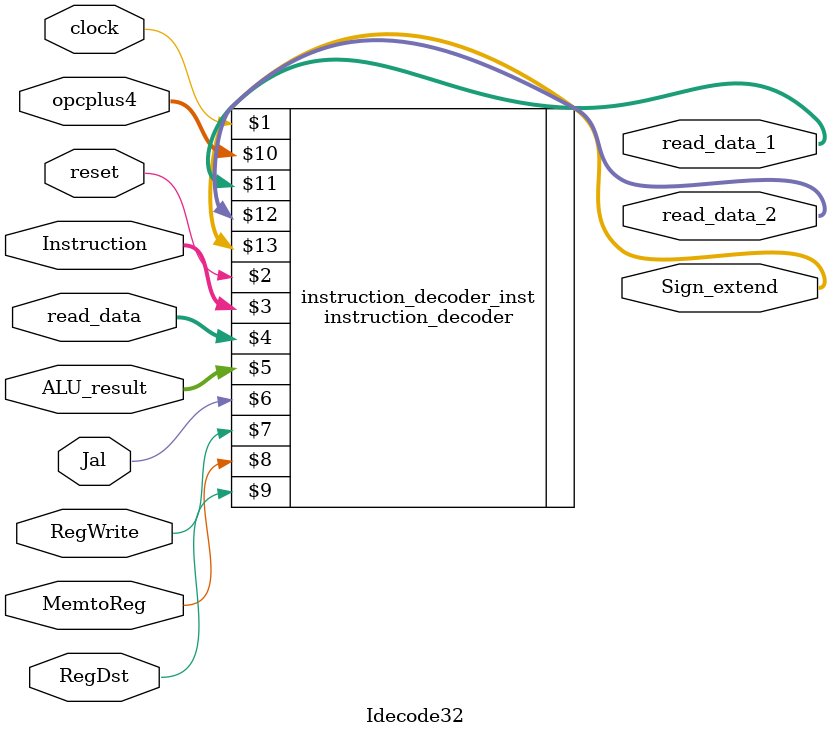
<source format=v>
module Idecode32(
    output[31:0] read_data_1,
    output[31:0] read_data_2,
    input[31:0]  Instruction,
    input[31:0]  read_data,
    input[31:0]  ALU_result,
    input        Jal,
    input        RegWrite,
    input        MemtoReg,
    input        RegDst,
    output[31:0] Sign_extend,
    input        clock,
    input        reset,
    input[31:0]  opcplus4
);

instruction_decoder instruction_decoder_inst(
    clock, reset,
    Instruction,
    read_data,
    ALU_result,
    Jal,
    RegWrite,
    MemtoReg,
    RegDst,
    opcplus4,
    read_data_1,
    read_data_2,
    Sign_extend
);


endmodule
</source>
